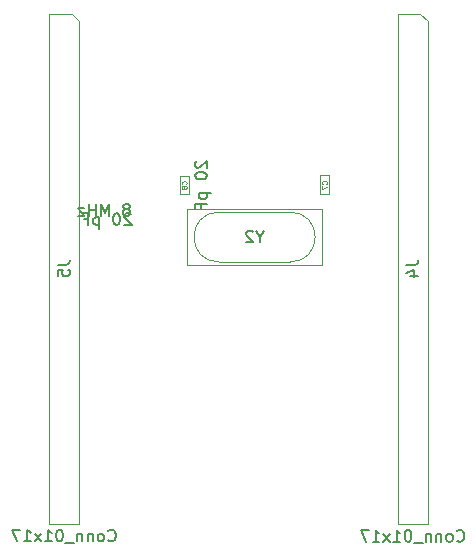
<source format=gbr>
G04 #@! TF.GenerationSoftware,KiCad,Pcbnew,(5.1.4)-1*
G04 #@! TF.CreationDate,2020-03-25T13:11:37-05:00*
G04 #@! TF.ProjectId,ExOneMicrorocessor,45784f6e-654d-4696-9372-6f726f636573,rev?*
G04 #@! TF.SameCoordinates,Original*
G04 #@! TF.FileFunction,Other,Fab,Bot*
%FSLAX46Y46*%
G04 Gerber Fmt 4.6, Leading zero omitted, Abs format (unit mm)*
G04 Created by KiCad (PCBNEW (5.1.4)-1) date 2020-03-25 13:11:37*
%MOMM*%
%LPD*%
G04 APERTURE LIST*
%ADD10C,0.100000*%
%ADD11C,0.150000*%
%ADD12C,0.060000*%
G04 APERTURE END LIST*
D10*
X171145200Y-81635600D02*
X170510200Y-81000600D01*
X171145200Y-124180600D02*
X171145200Y-81635600D01*
X168605200Y-124180600D02*
X171145200Y-124180600D01*
X168605200Y-81000600D02*
X168605200Y-124180600D01*
X170510200Y-81000600D02*
X168605200Y-81000600D01*
X141630400Y-81610200D02*
X140995400Y-80975200D01*
X141630400Y-124155200D02*
X141630400Y-81610200D01*
X139090400Y-124155200D02*
X141630400Y-124155200D01*
X139090400Y-80975200D02*
X139090400Y-124155200D01*
X140995400Y-80975200D02*
X139090400Y-80975200D01*
X153455100Y-102013200D02*
G75*
G02X153455100Y-97783200I0J2115000D01*
G01*
X159485100Y-102013200D02*
G75*
G03X159485100Y-97783200I0J2115000D01*
G01*
X159485100Y-102013200D02*
X153455100Y-102013200D01*
X159485100Y-97783200D02*
X153455100Y-97783200D01*
X150770100Y-97548200D02*
X162170100Y-97548200D01*
X150770100Y-102248200D02*
X150770100Y-97548200D01*
X162170100Y-102248200D02*
X150770100Y-102248200D01*
X162170100Y-97548200D02*
X162170100Y-102248200D01*
X150945800Y-96292600D02*
X150945800Y-94692600D01*
X150145800Y-96292600D02*
X150945800Y-96292600D01*
X150145800Y-94692600D02*
X150145800Y-96292600D01*
X150945800Y-94692600D02*
X150145800Y-94692600D01*
X162807600Y-96267200D02*
X162807600Y-94667200D01*
X162007600Y-96267200D02*
X162807600Y-96267200D01*
X162007600Y-94667200D02*
X162007600Y-96267200D01*
X162807600Y-94667200D02*
X162007600Y-94667200D01*
D11*
X173613295Y-125597742D02*
X173660914Y-125645361D01*
X173803771Y-125692980D01*
X173899009Y-125692980D01*
X174041866Y-125645361D01*
X174137104Y-125550123D01*
X174184723Y-125454885D01*
X174232342Y-125264409D01*
X174232342Y-125121552D01*
X174184723Y-124931076D01*
X174137104Y-124835838D01*
X174041866Y-124740600D01*
X173899009Y-124692980D01*
X173803771Y-124692980D01*
X173660914Y-124740600D01*
X173613295Y-124788219D01*
X173041866Y-125692980D02*
X173137104Y-125645361D01*
X173184723Y-125597742D01*
X173232342Y-125502504D01*
X173232342Y-125216790D01*
X173184723Y-125121552D01*
X173137104Y-125073933D01*
X173041866Y-125026314D01*
X172899009Y-125026314D01*
X172803771Y-125073933D01*
X172756152Y-125121552D01*
X172708533Y-125216790D01*
X172708533Y-125502504D01*
X172756152Y-125597742D01*
X172803771Y-125645361D01*
X172899009Y-125692980D01*
X173041866Y-125692980D01*
X172279961Y-125026314D02*
X172279961Y-125692980D01*
X172279961Y-125121552D02*
X172232342Y-125073933D01*
X172137104Y-125026314D01*
X171994247Y-125026314D01*
X171899009Y-125073933D01*
X171851390Y-125169171D01*
X171851390Y-125692980D01*
X171375200Y-125026314D02*
X171375200Y-125692980D01*
X171375200Y-125121552D02*
X171327580Y-125073933D01*
X171232342Y-125026314D01*
X171089485Y-125026314D01*
X170994247Y-125073933D01*
X170946628Y-125169171D01*
X170946628Y-125692980D01*
X170708533Y-125788219D02*
X169946628Y-125788219D01*
X169518057Y-124692980D02*
X169422819Y-124692980D01*
X169327580Y-124740600D01*
X169279961Y-124788219D01*
X169232342Y-124883457D01*
X169184723Y-125073933D01*
X169184723Y-125312028D01*
X169232342Y-125502504D01*
X169279961Y-125597742D01*
X169327580Y-125645361D01*
X169422819Y-125692980D01*
X169518057Y-125692980D01*
X169613295Y-125645361D01*
X169660914Y-125597742D01*
X169708533Y-125502504D01*
X169756152Y-125312028D01*
X169756152Y-125073933D01*
X169708533Y-124883457D01*
X169660914Y-124788219D01*
X169613295Y-124740600D01*
X169518057Y-124692980D01*
X168232342Y-125692980D02*
X168803771Y-125692980D01*
X168518057Y-125692980D02*
X168518057Y-124692980D01*
X168613295Y-124835838D01*
X168708533Y-124931076D01*
X168803771Y-124978695D01*
X167899009Y-125692980D02*
X167375200Y-125026314D01*
X167899009Y-125026314D02*
X167375200Y-125692980D01*
X166470438Y-125692980D02*
X167041866Y-125692980D01*
X166756152Y-125692980D02*
X166756152Y-124692980D01*
X166851390Y-124835838D01*
X166946628Y-124931076D01*
X167041866Y-124978695D01*
X166137104Y-124692980D02*
X165470438Y-124692980D01*
X165899009Y-125692980D01*
X169327580Y-102257266D02*
X170041866Y-102257266D01*
X170184723Y-102209647D01*
X170279961Y-102114409D01*
X170327580Y-101971552D01*
X170327580Y-101876314D01*
X169660914Y-103162028D02*
X170327580Y-103162028D01*
X169279961Y-102923933D02*
X169994247Y-102685838D01*
X169994247Y-103304885D01*
X144098495Y-125572342D02*
X144146114Y-125619961D01*
X144288971Y-125667580D01*
X144384209Y-125667580D01*
X144527066Y-125619961D01*
X144622304Y-125524723D01*
X144669923Y-125429485D01*
X144717542Y-125239009D01*
X144717542Y-125096152D01*
X144669923Y-124905676D01*
X144622304Y-124810438D01*
X144527066Y-124715200D01*
X144384209Y-124667580D01*
X144288971Y-124667580D01*
X144146114Y-124715200D01*
X144098495Y-124762819D01*
X143527066Y-125667580D02*
X143622304Y-125619961D01*
X143669923Y-125572342D01*
X143717542Y-125477104D01*
X143717542Y-125191390D01*
X143669923Y-125096152D01*
X143622304Y-125048533D01*
X143527066Y-125000914D01*
X143384209Y-125000914D01*
X143288971Y-125048533D01*
X143241352Y-125096152D01*
X143193733Y-125191390D01*
X143193733Y-125477104D01*
X143241352Y-125572342D01*
X143288971Y-125619961D01*
X143384209Y-125667580D01*
X143527066Y-125667580D01*
X142765161Y-125000914D02*
X142765161Y-125667580D01*
X142765161Y-125096152D02*
X142717542Y-125048533D01*
X142622304Y-125000914D01*
X142479447Y-125000914D01*
X142384209Y-125048533D01*
X142336590Y-125143771D01*
X142336590Y-125667580D01*
X141860400Y-125000914D02*
X141860400Y-125667580D01*
X141860400Y-125096152D02*
X141812780Y-125048533D01*
X141717542Y-125000914D01*
X141574685Y-125000914D01*
X141479447Y-125048533D01*
X141431828Y-125143771D01*
X141431828Y-125667580D01*
X141193733Y-125762819D02*
X140431828Y-125762819D01*
X140003257Y-124667580D02*
X139908019Y-124667580D01*
X139812780Y-124715200D01*
X139765161Y-124762819D01*
X139717542Y-124858057D01*
X139669923Y-125048533D01*
X139669923Y-125286628D01*
X139717542Y-125477104D01*
X139765161Y-125572342D01*
X139812780Y-125619961D01*
X139908019Y-125667580D01*
X140003257Y-125667580D01*
X140098495Y-125619961D01*
X140146114Y-125572342D01*
X140193733Y-125477104D01*
X140241352Y-125286628D01*
X140241352Y-125048533D01*
X140193733Y-124858057D01*
X140146114Y-124762819D01*
X140098495Y-124715200D01*
X140003257Y-124667580D01*
X138717542Y-125667580D02*
X139288971Y-125667580D01*
X139003257Y-125667580D02*
X139003257Y-124667580D01*
X139098495Y-124810438D01*
X139193733Y-124905676D01*
X139288971Y-124953295D01*
X138384209Y-125667580D02*
X137860400Y-125000914D01*
X138384209Y-125000914D02*
X137860400Y-125667580D01*
X136955638Y-125667580D02*
X137527066Y-125667580D01*
X137241352Y-125667580D02*
X137241352Y-124667580D01*
X137336590Y-124810438D01*
X137431828Y-124905676D01*
X137527066Y-124953295D01*
X136622304Y-124667580D02*
X135955638Y-124667580D01*
X136384209Y-125667580D01*
X139812780Y-102231866D02*
X140527066Y-102231866D01*
X140669923Y-102184247D01*
X140765161Y-102089009D01*
X140812780Y-101946152D01*
X140812780Y-101850914D01*
X139812780Y-103184247D02*
X139812780Y-102708057D01*
X140288971Y-102660438D01*
X140241352Y-102708057D01*
X140193733Y-102803295D01*
X140193733Y-103041390D01*
X140241352Y-103136628D01*
X140288971Y-103184247D01*
X140384209Y-103231866D01*
X140622304Y-103231866D01*
X140717542Y-103184247D01*
X140765161Y-103136628D01*
X140812780Y-103041390D01*
X140812780Y-102803295D01*
X140765161Y-102708057D01*
X140717542Y-102660438D01*
X145720890Y-97543952D02*
X145816128Y-97496333D01*
X145863747Y-97448714D01*
X145911366Y-97353476D01*
X145911366Y-97305857D01*
X145863747Y-97210619D01*
X145816128Y-97163000D01*
X145720890Y-97115380D01*
X145530414Y-97115380D01*
X145435176Y-97163000D01*
X145387557Y-97210619D01*
X145339938Y-97305857D01*
X145339938Y-97353476D01*
X145387557Y-97448714D01*
X145435176Y-97496333D01*
X145530414Y-97543952D01*
X145720890Y-97543952D01*
X145816128Y-97591571D01*
X145863747Y-97639190D01*
X145911366Y-97734428D01*
X145911366Y-97924904D01*
X145863747Y-98020142D01*
X145816128Y-98067761D01*
X145720890Y-98115380D01*
X145530414Y-98115380D01*
X145435176Y-98067761D01*
X145387557Y-98020142D01*
X145339938Y-97924904D01*
X145339938Y-97734428D01*
X145387557Y-97639190D01*
X145435176Y-97591571D01*
X145530414Y-97543952D01*
X144149461Y-98115380D02*
X144149461Y-97115380D01*
X143816128Y-97829666D01*
X143482795Y-97115380D01*
X143482795Y-98115380D01*
X143006604Y-98115380D02*
X143006604Y-97115380D01*
X143006604Y-97591571D02*
X142435176Y-97591571D01*
X142435176Y-98115380D02*
X142435176Y-97115380D01*
X142054223Y-97448714D02*
X141530414Y-97448714D01*
X142054223Y-98115380D01*
X141530414Y-98115380D01*
X156946290Y-99874390D02*
X156946290Y-100350580D01*
X157279623Y-99350580D02*
X156946290Y-99874390D01*
X156612957Y-99350580D01*
X156327242Y-99445819D02*
X156279623Y-99398200D01*
X156184385Y-99350580D01*
X155946290Y-99350580D01*
X155851052Y-99398200D01*
X155803433Y-99445819D01*
X155755814Y-99541057D01*
X155755814Y-99636295D01*
X155803433Y-99779152D01*
X156374861Y-100350580D01*
X155755814Y-100350580D01*
X151523419Y-93468790D02*
X151475800Y-93516409D01*
X151428180Y-93611647D01*
X151428180Y-93849742D01*
X151475800Y-93944980D01*
X151523419Y-93992600D01*
X151618657Y-94040219D01*
X151713895Y-94040219D01*
X151856752Y-93992600D01*
X152428180Y-93421171D01*
X152428180Y-94040219D01*
X151428180Y-94659266D02*
X151428180Y-94754504D01*
X151475800Y-94849742D01*
X151523419Y-94897361D01*
X151618657Y-94944980D01*
X151809133Y-94992600D01*
X152047228Y-94992600D01*
X152237704Y-94944980D01*
X152332942Y-94897361D01*
X152380561Y-94849742D01*
X152428180Y-94754504D01*
X152428180Y-94659266D01*
X152380561Y-94564028D01*
X152332942Y-94516409D01*
X152237704Y-94468790D01*
X152047228Y-94421171D01*
X151809133Y-94421171D01*
X151618657Y-94468790D01*
X151523419Y-94516409D01*
X151475800Y-94564028D01*
X151428180Y-94659266D01*
X151761514Y-96183076D02*
X152761514Y-96183076D01*
X151809133Y-96183076D02*
X151761514Y-96278314D01*
X151761514Y-96468790D01*
X151809133Y-96564028D01*
X151856752Y-96611647D01*
X151951990Y-96659266D01*
X152237704Y-96659266D01*
X152332942Y-96611647D01*
X152380561Y-96564028D01*
X152428180Y-96468790D01*
X152428180Y-96278314D01*
X152380561Y-96183076D01*
X151904371Y-97421171D02*
X151904371Y-97087838D01*
X152428180Y-97087838D02*
X151428180Y-97087838D01*
X151428180Y-97564028D01*
D12*
X150688657Y-95425933D02*
X150707704Y-95406885D01*
X150726752Y-95349742D01*
X150726752Y-95311647D01*
X150707704Y-95254504D01*
X150669609Y-95216409D01*
X150631514Y-95197361D01*
X150555323Y-95178314D01*
X150498180Y-95178314D01*
X150421990Y-95197361D01*
X150383895Y-95216409D01*
X150345800Y-95254504D01*
X150326752Y-95311647D01*
X150326752Y-95349742D01*
X150345800Y-95406885D01*
X150364847Y-95425933D01*
X150498180Y-95654504D02*
X150479133Y-95616409D01*
X150460085Y-95597361D01*
X150421990Y-95578314D01*
X150402942Y-95578314D01*
X150364847Y-95597361D01*
X150345800Y-95616409D01*
X150326752Y-95654504D01*
X150326752Y-95730695D01*
X150345800Y-95768790D01*
X150364847Y-95787838D01*
X150402942Y-95806885D01*
X150421990Y-95806885D01*
X150460085Y-95787838D01*
X150479133Y-95768790D01*
X150498180Y-95730695D01*
X150498180Y-95654504D01*
X150517228Y-95616409D01*
X150536276Y-95597361D01*
X150574371Y-95578314D01*
X150650561Y-95578314D01*
X150688657Y-95597361D01*
X150707704Y-95616409D01*
X150726752Y-95654504D01*
X150726752Y-95730695D01*
X150707704Y-95768790D01*
X150688657Y-95787838D01*
X150650561Y-95806885D01*
X150574371Y-95806885D01*
X150536276Y-95787838D01*
X150517228Y-95768790D01*
X150498180Y-95730695D01*
D11*
X146016409Y-97975219D02*
X145968790Y-97927600D01*
X145873552Y-97879980D01*
X145635457Y-97879980D01*
X145540219Y-97927600D01*
X145492600Y-97975219D01*
X145444980Y-98070457D01*
X145444980Y-98165695D01*
X145492600Y-98308552D01*
X146064028Y-98879980D01*
X145444980Y-98879980D01*
X144825933Y-97879980D02*
X144730695Y-97879980D01*
X144635457Y-97927600D01*
X144587838Y-97975219D01*
X144540219Y-98070457D01*
X144492600Y-98260933D01*
X144492600Y-98499028D01*
X144540219Y-98689504D01*
X144587838Y-98784742D01*
X144635457Y-98832361D01*
X144730695Y-98879980D01*
X144825933Y-98879980D01*
X144921171Y-98832361D01*
X144968790Y-98784742D01*
X145016409Y-98689504D01*
X145064028Y-98499028D01*
X145064028Y-98260933D01*
X145016409Y-98070457D01*
X144968790Y-97975219D01*
X144921171Y-97927600D01*
X144825933Y-97879980D01*
X143302123Y-98213314D02*
X143302123Y-99213314D01*
X143302123Y-98260933D02*
X143206885Y-98213314D01*
X143016409Y-98213314D01*
X142921171Y-98260933D01*
X142873552Y-98308552D01*
X142825933Y-98403790D01*
X142825933Y-98689504D01*
X142873552Y-98784742D01*
X142921171Y-98832361D01*
X143016409Y-98879980D01*
X143206885Y-98879980D01*
X143302123Y-98832361D01*
X142064028Y-98356171D02*
X142397361Y-98356171D01*
X142397361Y-98879980D02*
X142397361Y-97879980D01*
X141921171Y-97879980D01*
D12*
X162550457Y-95400533D02*
X162569504Y-95381485D01*
X162588552Y-95324342D01*
X162588552Y-95286247D01*
X162569504Y-95229104D01*
X162531409Y-95191009D01*
X162493314Y-95171961D01*
X162417123Y-95152914D01*
X162359980Y-95152914D01*
X162283790Y-95171961D01*
X162245695Y-95191009D01*
X162207600Y-95229104D01*
X162188552Y-95286247D01*
X162188552Y-95324342D01*
X162207600Y-95381485D01*
X162226647Y-95400533D01*
X162188552Y-95533866D02*
X162188552Y-95800533D01*
X162588552Y-95629104D01*
M02*

</source>
